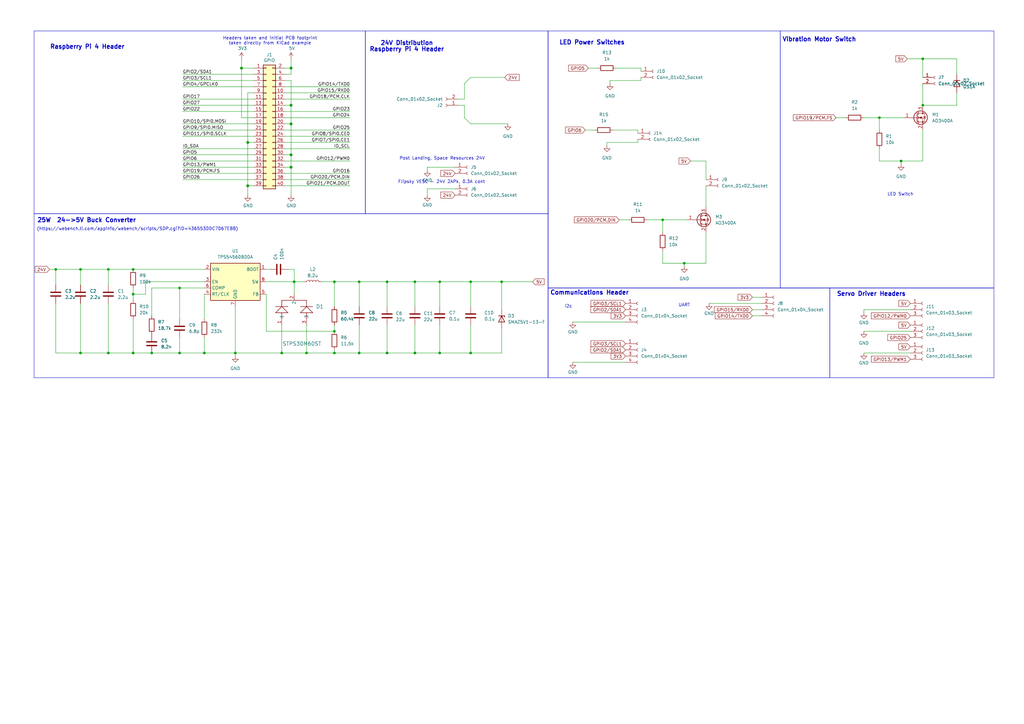
<source format=kicad_sch>
(kicad_sch (version 20250114) (generator "eeschema") (generator_version "9.0")
  (paper "A3")
  (title_block (date "15 nov 2012"))
  (lib_symbols
    (symbol "2026-01-06_08-58-51:STPS30M60ST" (pin_names (offset 0.254))
      (property "Reference" "U" (at 5.715 -15.24 0))
      (property "Value" "STPS30M60ST" (at 5.715 -19.05 0))
      (symbol "STPS30M60ST_0_1"
        (pin unspecified line (at 0 0 0) (length 2.54) (name "1") (number "1"))
        (pin unspecified line (at 0 -10.16 0) (length 2.54) (name "3") (number "3"))
        (pin unspecified line (at 12.7 -5.08 180) (length 2.54) (name "2") (number "2"))
      )
    )
    (symbol "Connector:Conn_01x02_Socket" (pin_names (offset 1.016) (hide yes))
      (property "Reference" "J" (at 0 2.54 0))
      (property "Value" "Conn_01x02_Socket" (at 0 -5.08 0))
      (symbol "Conn_01x02_Socket_1_1"
        (pin passive line (at -5.08 0 0) (length 3.81) (name "Pin_1") (number "1"))
        (pin passive line (at -5.08 -2.54 0) (length 3.81) (name "Pin_2") (number "2"))
      )
    )
    (symbol "Connector:Conn_01x03_Socket" (pin_names (offset 1.016) (hide yes))
      (property "Reference" "J" (at 0 5.08 0))
      (property "Value" "Conn_01x03_Socket" (at 0 -5.08 0))
      (symbol "Conn_01x03_Socket_1_1"
        (pin passive line (at -5.08 2.54 0) (length 3.81) (name "Pin_1") (number "1"))
        (pin passive line (at -5.08 0 0) (length 3.81) (name "Pin_2") (number "2"))
        (pin passive line (at -5.08 -2.54 0) (length 3.81) (name "Pin_3") (number "3"))
      )
    )
    (symbol "Connector:Conn_01x04_Socket" (pin_names (offset 1.016) (hide yes))
      (property "Reference" "J" (at 0 5.08 0))
      (property "Value" "Conn_01x04_Socket" (at 0 -7.62 0))
      (symbol "Conn_01x04_Socket_1_1"
        (pin passive line (at -5.08 2.54 0) (length 3.81) (name "Pin_1") (number "1"))
        (pin passive line (at -5.08 0 0) (length 3.81) (name "Pin_2") (number "2"))
        (pin passive line (at -5.08 -2.54 0) (length 3.81) (name "Pin_3") (number "3"))
        (pin passive line (at -5.08 -5.08 0) (length 3.81) (name "Pin_4") (number "4"))
      )
    )
    (symbol "Connector_Generic:Conn_02x20_Odd_Even" (pin_names (offset 1.016) (hide yes))
      (property "Reference" "J" (at 1.27 25.4 0))
      (property "Value" "Conn_02x20_Odd_Even" (at 1.27 -27.94 0))
      (symbol "Conn_02x20_Odd_Even_1_1"
        (pin passive line (at -5.08 22.86 0) (length 3.81) (name "Pin_1") (number "1"))
        (pin passive line (at -5.08 20.32 0) (length 3.81) (name "Pin_3") (number "3"))
        (pin passive line (at -5.08 17.78 0) (length 3.81) (name "Pin_5") (number "5"))
        (pin passive line (at -5.08 15.24 0) (length 3.81) (name "Pin_7") (number "7"))
        (pin passive line (at -5.08 12.7 0) (length 3.81) (name "Pin_9") (number "9"))
        (pin passive line (at -5.08 10.16 0) (length 3.81) (name "Pin_11") (number "11"))
        (pin passive line (at -5.08 7.62 0) (length 3.81) (name "Pin_13") (number "13"))
        (pin passive line (at -5.08 5.08 0) (length 3.81) (name "Pin_15") (number "15"))
        (pin passive line (at -5.08 2.54 0) (length 3.81) (name "Pin_17") (number "17"))
        (pin passive line (at -5.08 0 0) (length 3.81) (name "Pin_19") (number "19"))
        (pin passive line (at -5.08 -2.54 0) (length 3.81) (name "Pin_21") (number "21"))
        (pin passive line (at -5.08 -5.08 0) (length 3.81) (name "Pin_23") (number "23"))
        (pin passive line (at -5.08 -7.62 0) (length 3.81) (name "Pin_25") (number "25"))
        (pin passive line (at -5.08 -10.16 0) (length 3.81) (name "Pin_27") (number "27"))
        (pin passive line (at -5.08 -12.7 0) (length 3.81) (name "Pin_29") (number "29"))
        (pin passive line (at -5.08 -15.24 0) (length 3.81) (name "Pin_31") (number "31"))
        (pin passive line (at -5.08 -17.78 0) (length 3.81) (name "Pin_33") (number "33"))
        (pin passive line (at -5.08 -20.32 0) (length 3.81) (name "Pin_35") (number "35"))
        (pin passive line (at -5.08 -22.86 0) (length 3.81) (name "Pin_37") (number "37"))
        (pin passive line (at -5.08 -25.4 0) (length 3.81) (name "Pin_39") (number "39"))
        (pin passive line (at 7.62 22.86 180) (length 3.81) (name "Pin_2") (number "2"))
        (pin passive line (at 7.62 20.32 180) (length 3.81) (name "Pin_4") (number "4"))
        (pin passive line (at 7.62 17.78 180) (length 3.81) (name "Pin_6") (number "6"))
        (pin passive line (at 7.62 15.24 180) (length 3.81) (name "Pin_8") (number "8"))
        (pin passive line (at 7.62 12.7 180) (length 3.81) (name "Pin_10") (number "10"))
        (pin passive line (at 7.62 10.16 180) (length 3.81) (name "Pin_12") (number "12"))
        (pin passive line (at 7.62 7.62 180) (length 3.81) (name "Pin_14") (number "14"))
        (pin passive line (at 7.62 5.08 180) (length 3.81) (name "Pin_16") (number "16"))
        (pin passive line (at 7.62 2.54 180) (length 3.81) (name "Pin_18") (number "18"))
        (pin passive line (at 7.62 0 180) (length 3.81) (name "Pin_20") (number "20"))
        (pin passive line (at 7.62 -2.54 180) (length 3.81) (name "Pin_22") (number "22"))
        (pin passive line (at 7.62 -5.08 180) (length 3.81) (name "Pin_24") (number "24"))
        (pin passive line (at 7.62 -7.62 180) (length 3.81) (name "Pin_26") (number "26"))
        (pin passive line (at 7.62 -10.16 180) (length 3.81) (name "Pin_28") (number "28"))
        (pin passive line (at 7.62 -12.7 180) (length 3.81) (name "Pin_30") (number "30"))
        (pin passive line (at 7.62 -15.24 180) (length 3.81) (name "Pin_32") (number "32"))
        (pin passive line (at 7.62 -17.78 180) (length 3.81) (name "Pin_34") (number "34"))
        (pin passive line (at 7.62 -20.32 180) (length 3.81) (name "Pin_36") (number "36"))
        (pin passive line (at 7.62 -22.86 180) (length 3.81) (name "Pin_38") (number "38"))
        (pin passive line (at 7.62 -25.4 180) (length 3.81) (name "Pin_40") (number "40"))
      )
    )
    (symbol "Device:C" (pin_numbers (hide yes)) (pin_names (offset 0.254))
      (property "Reference" "C" (at 0.635 2.54 0))
      (property "Value" "C" (at 0.635 -2.54 0))
      (symbol "C_1_1"
        (pin passive line (at 0 3.81 270) (length 2.794) (name "~") (number "1"))
        (pin passive line (at 0 -3.81 90) (length 2.794) (name "~") (number "2"))
      )
    )
    (symbol "Device:D_Zener" (pin_numbers (hide yes)) (pin_names (offset 1.016) (hide yes))
      (property "Reference" "D" (at 0 2.54 0))
      (property "Value" "D_Zener" (at 0 -2.54 0))
      (symbol "D_Zener_1_1"
        (pin passive line (at -3.81 0 0) (length 2.54) (name "K") (number "1"))
        (pin passive line (at 3.81 0 180) (length 2.54) (name "A") (number "2"))
      )
    )
    (symbol "Device:L" (pin_numbers (hide yes)) (pin_names (offset 1.016) (hide yes))
      (property "Reference" "L" (at -1.27 0 90))
      (property "Value" "L" (at 1.905 0 90))
      (symbol "L_1_1"
        (pin passive line (at 0 3.81 270) (length 1.27) (name "1") (number "1"))
        (pin passive line (at 0 -3.81 90) (length 1.27) (name "2") (number "2"))
      )
    )
    (symbol "Device:R" (pin_numbers (hide yes)) (pin_names (offset 0))
      (property "Reference" "R" (at 2.032 0 90))
      (property "Value" "R" (at 0 0 90))
      (symbol "R_1_1"
        (pin passive line (at 0 3.81 270) (length 1.27) (name "~") (number "1"))
        (pin passive line (at 0 -3.81 90) (length 1.27) (name "~") (number "2"))
      )
    )
    (symbol "Diode:US1A" (pin_numbers (hide yes)) (pin_names (hide yes))
      (property "Reference" "D" (at 0 2.54 0))
      (property "Value" "US1A" (at 0 -2.54 0))
      (symbol "US1A_1_1"
        (pin passive line (at -3.81 0 0) (length 2.54) (name "K") (number "1"))
        (pin passive line (at 3.81 0 180) (length 2.54) (name "A") (number "2"))
      )
    )
    (symbol "Regulator_Switching:TPS54560BDDA"
      (property "Reference" "U" (at -6.35 8.89 0))
      (property "Value" "TPS54560BDDA" (at 10.16 8.89 0))
      (symbol "TPS54560BDDA_1_1"
        (pin power_in line (at -12.7 5.08 0) (length 2.54) (name "VIN") (number "2"))
        (pin input line (at -12.7 0 0) (length 2.54) (name "EN") (number "3"))
        (pin output line (at -12.7 -2.54 0) (length 2.54) (name "COMP") (number "6"))
        (pin passive line (at -12.7 -5.08 0) (length 2.54) (name "RT/CLK") (number "4"))
        (pin power_in line (at 0 -10.16 90) (length 2.54) (name "GND") (number "7"))
        (pin passive line (at 0 -10.16 90) (length 2.54) (hide yes) (name "GND") (number "9"))
        (pin passive line (at 12.7 5.08 180) (length 2.54) (name "BOOT") (number "1"))
        (pin power_out line (at 12.7 0 180) (length 2.54) (name "SW") (number "8"))
        (pin input line (at 12.7 -5.08 180) (length 2.54) (name "FB") (number "5"))
      )
    )
    (symbol "Transistor_FET:AO3400A" (pin_names (hide yes))
      (property "Reference" "Q" (at 5.08 1.905 0))
      (property "Value" "AO3400A" (at 5.08 0 0))
      (symbol "AO3400A_1_1"
        (pin input line (at -5.08 0 0) (length 2.54) (name "G") (number "1"))
        (pin passive line (at 2.54 5.08 270) (length 2.54) (name "D") (number "3"))
        (pin passive line (at 2.54 -5.08 90) (length 2.54) (name "S") (number "2"))
      )
    )
    (symbol "power:+3.3V" (power) (pin_names (offset 0))
      (property "Value" "+3.3V" (at 0 3.556 0))
      (symbol "+3.3V_1_1"
        (pin power_in line (at 0 0 90) (length 0) (hide yes) (name "+3V3") (number "1"))
      )
    )
    (symbol "power:+5V" (power) (pin_names (offset 0))
      (property "Value" "+5V" (at 0 3.556 0))
      (symbol "+5V_1_1"
        (pin power_in line (at 0 0 90) (length 0) (hide yes) (name "+5V") (number "1"))
      )
    )
    (symbol "power:GND" (power) (pin_names (offset 0))
      (property "Value" "GND" (at 0 -3.81 0))
      (symbol "GND_1_1"
        (pin power_in line (at 0 0 270) (length 0) (hide yes) (name "GND") (number "1"))
      )
    )
  )
  (rectangle (start 340.36 118.11) (end 407.67 154.94))
  (rectangle (start 320.04 12.7) (end 407.67 118.11))
  (rectangle (start 13.97 87.63) (end 224.79 154.94))
  (rectangle (start 149.86 12.7) (end 224.79 87.63))
  (rectangle (start 13.97 12.7) (end 149.86 87.63))
  (rectangle (start 224.79 118.11) (end 340.36 154.94))
  (rectangle (start 224.79 12.7) (end 320.04 118.11))
  (text "(https://webench.ti.com/appinfo/webench/scripts/SDP.cgi?ID=436553DDC7067EBB)\n" (at 56.388 93.98 0) (effects (font (size 1.27 1.27))))
  (text "Servo Driver Headers" (at 357.378 120.65 0) (effects (font (size 1.7526 1.7526) (thickness 0.3505) (bold yes))))
  (text "Headers taken and initial PCB footprint\ntaken directly from KiCad example\n" (at 110.744 16.764 0) (effects (font (size 1.27 1.27))))
  (text "Post Landing, Space Resources 24V" (at 181.356 65.024 0) (effects (font (size 1.27 1.27))))
  (text "UART" (at 280.67 125.222 0) (effects (font (size 1.27 1.27))))
  (text "Vibration Motor Switch\n" (at 336.042 16.256 0) (effects (font (size 1.7526 1.7526) (thickness 0.3505) (bold yes))))
  (text "24V Distribution" (at 166.878 17.78 0) (effects (font (size 1.7526 1.7526) (thickness 0.3505) (bold yes))))
  (text "Flipsky VESC - 24V 2APk, 0.3A cont" (at 181.102 74.676 0) (effects (font (size 1.27 1.27))))
  (text "i2c\n" (at 233.172 125.73 0) (effects (font (size 1.27 1.27))))
  (text "LED Power Switches" (at 242.824 17.526 0) (effects (font (size 1.7526 1.7526) (thickness 0.3505) (bold yes))))
  (text "LED Switch" (at 369.316 79.756 0) (effects (font (size 1.27 1.27))))
  (text "Raspberry Pi 4 Header" (at 35.814 19.304 0) (effects (font (size 1.7526 1.7526) (thickness 0.3505) (bold yes))))
  (text "Raspberry Pi 4 Header" (at 166.878 20.32 0) (effects (font (size 1.7526 1.7526) (thickness 0.3505) (bold yes))))
  (text "25W  24->5V Buck Converter" (at 35.56 90.424 0) (effects (font (size 1.7526 1.7526) (thickness 0.3505) (bold yes))))
  (text "Communications Header" (at 241.808 120.142 0) (effects (font (size 1.7526 1.7526) (thickness 0.3505) (bold yes))))
  (junction (at 280.67 107.95))
  (junction (at 119.38 27.94) (diameter 1.016))
  (junction (at 54.61 110.49))
  (junction (at 115.57 144.78))
  (junction (at 125.73 144.78))
  (junction (at 73.66 144.78))
  (junction (at 119.38 43.18) (diameter 1.016))
  (junction (at 205.74 115.57))
  (junction (at 22.86 110.49))
  (junction (at 62.23 144.78))
  (junction (at 360.68 48.26))
  (junction (at 44.45 144.78))
  (junction (at 147.32 144.78))
  (junction (at 137.16 115.57))
  (junction (at 33.02 110.49))
  (junction (at 73.66 118.11))
  (junction (at 96.52 144.78))
  (junction (at 83.82 144.78))
  (junction (at 180.34 115.57))
  (junction (at 101.6 76.2) (diameter 1.016))
  (junction (at 170.18 144.78))
  (junction (at 147.32 115.57))
  (junction (at 158.75 144.78))
  (junction (at 33.02 144.78))
  (junction (at 180.34 144.78))
  (junction (at 54.61 144.78))
  (junction (at 101.6 58.42) (diameter 1.016))
  (junction (at 193.04 144.78))
  (junction (at 378.46 43.18))
  (junction (at 158.75 115.57))
  (junction (at 170.18 115.57))
  (junction (at 119.38 68.58) (diameter 1.016))
  (junction (at 54.61 120.65))
  (junction (at 271.78 90.17))
  (junction (at 137.16 135.89))
  (junction (at 44.45 110.49))
  (junction (at 378.46 24.13))
  (junction (at 119.38 63.5) (diameter 1.016))
  (junction (at 119.38 50.8) (diameter 1.016))
  (junction (at 193.04 115.57))
  (junction (at 120.65 115.57))
  (junction (at 137.16 144.78))
  (junction (at 369.57 66.04))
  (junction (at 99.06 27.94) (diameter 1.016))
  (bus_entry (at 193.04 31.75) (size -2.54 2.54))
  (bus_entry (at 190.5 48.26) (size 2.54 2.54))
  (wire (pts (xy 101.6 58.42) (xy 101.6 76.2)))
  (wire (pts (xy 116.84 58.42) (xy 143.51 58.42)))
  (wire (pts (xy 104.14 40.64) (xy 74.93 40.64)))
  (wire (pts (xy 44.45 110.49) (xy 54.61 110.49)))
  (wire (pts (xy 115.57 133.35) (xy 115.57 144.78)))
  (wire (pts (xy 205.74 144.78) (xy 205.74 134.62)))
  (wire (pts (xy 44.45 144.78) (xy 54.61 144.78)))
  (wire (pts (xy 241.3 27.94) (xy 245.11 27.94)))
  (wire (pts (xy 378.46 43.18) (xy 392.43 43.18)))
  (wire (pts (xy 119.38 33.02) (xy 119.38 43.18)))
  (wire (pts (xy 158.75 115.57) (xy 170.18 115.57)))
  (wire (pts (xy 119.38 50.8) (xy 116.84 50.8)))
  (wire (pts (xy 354.33 127) (xy 373.38 127)))
  (wire (pts (xy 73.66 144.78) (xy 83.82 144.78)))
  (wire (pts (xy 125.73 133.35) (xy 125.73 144.78)))
  (wire (pts (xy 289.56 107.95) (xy 280.67 107.95)))
  (wire (pts (xy 83.82 144.78) (xy 96.52 144.78)))
  (wire (pts (xy 254 90.17) (xy 257.81 90.17)))
  (wire (pts (xy 308.61 129.54) (xy 312.42 129.54)))
  (wire (pts (xy 119.38 63.5) (xy 119.38 68.58)))
  (wire (pts (xy 170.18 115.57) (xy 180.34 115.57)))
  (wire (pts (xy 96.52 144.78) (xy 96.52 146.05)))
  (wire (pts (xy 120.65 115.57) (xy 124.46 115.57)))
  (wire (pts (xy 271.78 90.17) (xy 281.94 90.17)))
  (wire (pts (xy 22.86 110.49) (xy 22.86 116.84)))
  (wire (pts (xy 118.11 110.49) (xy 120.65 110.49)))
  (wire (pts (xy 378.46 53.34) (xy 378.46 66.04)))
  (wire (pts (xy 290.83 124.46) (xy 312.42 124.46)))
  (wire (pts (xy 360.68 48.26) (xy 370.84 48.26)))
  (wire (pts (xy 33.02 110.49) (xy 33.02 116.84)))
  (wire (pts (xy 248.92 58.42) (xy 261.62 58.42)))
  (wire (pts (xy 22.86 144.78) (xy 33.02 144.78)))
  (wire (pts (xy 186.69 77.47) (xy 175.26 77.47)))
  (wire (pts (xy 62.23 118.11) (xy 62.23 129.54)))
  (wire (pts (xy 119.38 50.8) (xy 119.38 63.5)))
  (wire (pts (xy 116.84 35.56) (xy 143.51 35.56)))
  (wire (pts (xy 101.6 38.1) (xy 101.6 58.42)))
  (wire (pts (xy 251.46 53.34) (xy 261.62 53.34)))
  (wire (pts (xy 62.23 144.78) (xy 73.66 144.78)))
  (wire (pts (xy 170.18 133.35) (xy 170.18 144.78)))
  (wire (pts (xy 101.6 38.1) (xy 104.14 38.1)))
  (wire (pts (xy 116.84 55.88) (xy 143.51 55.88)))
  (wire (pts (xy 104.14 60.96) (xy 74.93 60.96)))
  (wire (pts (xy 137.16 115.57) (xy 137.16 125.73)))
  (wire (pts (xy 74.93 63.5) (xy 104.14 63.5)))
  (wire (pts (xy 308.61 127) (xy 312.42 127)))
  (wire (pts (xy 158.75 115.57) (xy 158.75 125.73)))
  (wire (pts (xy 158.75 144.78) (xy 147.32 144.78)))
  (wire (pts (xy 33.02 124.46) (xy 33.02 144.78)))
  (wire (pts (xy 120.65 110.49) (xy 120.65 115.57)))
  (wire (pts (xy 44.45 124.46) (xy 44.45 144.78)))
  (wire (pts (xy 234.95 148.59) (xy 256.54 148.59)))
  (wire (pts (xy 101.6 58.42) (xy 104.14 58.42)))
  (wire (pts (xy 116.84 45.72) (xy 143.51 45.72)))
  (wire (pts (xy 205.74 115.57) (xy 218.44 115.57)))
  (wire (pts (xy 354.33 48.26) (xy 360.68 48.26)))
  (wire (pts (xy 147.32 133.35) (xy 147.32 144.78)))
  (wire (pts (xy 283.21 66.04) (xy 289.56 66.04)))
  (wire (pts (xy 271.78 95.25) (xy 271.78 90.17)))
  (wire (pts (xy 116.84 76.2) (xy 143.51 76.2)))
  (wire (pts (xy 101.6 76.2) (xy 101.6 80.01)))
  (wire (pts (xy 74.93 43.18) (xy 104.14 43.18)))
  (wire (pts (xy 280.67 107.95) (xy 280.67 109.22)))
  (wire (pts (xy 99.06 24.13) (xy 99.06 27.94)))
  (wire (pts (xy 248.92 58.42) (xy 248.92 59.69)))
  (wire (pts (xy 180.34 115.57) (xy 193.04 115.57)))
  (wire (pts (xy 289.56 66.04) (xy 289.56 73.66)))
  (wire (pts (xy 147.32 125.73) (xy 147.32 115.57)))
  (wire (pts (xy 119.38 68.58) (xy 116.84 68.58)))
  (wire (pts (xy 83.82 120.65) (xy 83.82 130.81)))
  (wire (pts (xy 83.82 138.43) (xy 83.82 144.78)))
  (wire (pts (xy 74.93 33.02) (xy 104.14 33.02)))
  (wire (pts (xy 20.32 110.49) (xy 22.86 110.49)))
  (wire (pts (xy 137.16 144.78) (xy 137.16 143.51)))
  (wire (pts (xy 175.26 77.47) (xy 175.26 80.01)))
  (wire (pts (xy 74.93 55.88) (xy 104.14 55.88)))
  (wire (pts (xy 96.52 144.78) (xy 115.57 144.78)))
  (wire (pts (xy 147.32 115.57) (xy 158.75 115.57)))
  (wire (pts (xy 186.69 68.58) (xy 175.26 68.58)))
  (wire (pts (xy 99.06 48.26) (xy 104.14 48.26)))
  (wire (pts (xy 190.5 43.18) (xy 190.5 48.26)))
  (wire (pts (xy 137.16 133.35) (xy 137.16 135.89)))
  (wire (pts (xy 109.22 115.57) (xy 120.65 115.57)))
  (wire (pts (xy 104.14 30.48) (xy 74.93 30.48)))
  (wire (pts (xy 119.38 27.94) (xy 119.38 30.48)))
  (wire (pts (xy 73.66 118.11) (xy 73.66 130.81)))
  (wire (pts (xy 73.66 118.11) (xy 62.23 118.11)))
  (wire (pts (xy 261.62 54.61) (xy 261.62 53.34)))
  (wire (pts (xy 119.38 43.18) (xy 119.38 50.8)))
  (wire (pts (xy 392.43 30.48) (xy 392.43 24.13)))
  (wire (pts (xy 369.57 66.04) (xy 369.57 67.31)))
  (wire (pts (xy 193.04 31.75) (xy 207.01 31.75)))
  (wire (pts (xy 116.84 40.64) (xy 143.51 40.64)))
  (wire (pts (xy 119.38 43.18) (xy 116.84 43.18)))
  (wire (pts (xy 187.96 43.18) (xy 190.5 43.18)))
  (wire (pts (xy 119.38 24.13) (xy 119.38 27.94)))
  (wire (pts (xy 170.18 144.78) (xy 180.34 144.78)))
  (wire (pts (xy 354.33 127) (xy 354.33 128.27)))
  (wire (pts (xy 180.34 115.57) (xy 180.34 125.73)))
  (wire (pts (xy 74.93 35.56) (xy 104.14 35.56)))
  (wire (pts (xy 119.38 27.94) (xy 116.84 27.94)))
  (wire (pts (xy 99.06 27.94) (xy 99.06 48.26)))
  (wire (pts (xy 265.43 90.17) (xy 271.78 90.17)))
  (wire (pts (xy 262.89 33.02) (xy 262.89 31.75)))
  (wire (pts (xy 116.84 48.26) (xy 143.51 48.26)))
  (wire (pts (xy 262.89 29.21) (xy 262.89 27.94)))
  (wire (pts (xy 116.84 38.1) (xy 143.51 38.1)))
  (wire (pts (xy 54.61 120.65) (xy 59.69 120.65)))
  (wire (pts (xy 261.62 58.42) (xy 261.62 57.15)))
  (wire (pts (xy 193.04 133.35) (xy 193.04 144.78)))
  (wire (pts (xy 109.22 135.89) (xy 109.22 120.65)))
  (wire (pts (xy 187.96 40.64) (xy 190.5 40.64)))
  (wire (pts (xy 96.52 125.73) (xy 96.52 144.78)))
  (wire (pts (xy 73.66 138.43) (xy 73.66 144.78)))
  (wire (pts (xy 109.22 110.49) (xy 110.49 110.49)))
  (wire (pts (xy 59.69 120.65) (xy 59.69 115.57)))
  (wire (pts (xy 59.69 115.57) (xy 83.82 115.57)))
  (wire (pts (xy 74.93 45.72) (xy 104.14 45.72)))
  (wire (pts (xy 392.43 43.18) (xy 392.43 38.1)))
  (wire (pts (xy 74.93 53.34) (xy 104.14 53.34)))
  (wire (pts (xy 369.57 66.04) (xy 360.68 66.04)))
  (wire (pts (xy 22.86 110.49) (xy 33.02 110.49)))
  (wire (pts (xy 132.08 115.57) (xy 137.16 115.57)))
  (wire (pts (xy 252.73 27.94) (xy 262.89 27.94)))
  (wire (pts (xy 378.46 24.13) (xy 378.46 31.75)))
  (wire (pts (xy 74.93 66.04) (xy 104.14 66.04)))
  (wire (pts (xy 392.43 24.13) (xy 378.46 24.13)))
  (wire (pts (xy 119.38 30.48) (xy 116.84 30.48)))
  (wire (pts (xy 289.56 95.25) (xy 289.56 107.95)))
  (wire (pts (xy 193.04 144.78) (xy 205.74 144.78)))
  (wire (pts (xy 193.04 115.57) (xy 205.74 115.57)))
  (wire (pts (xy 271.78 107.95) (xy 271.78 102.87)))
  (wire (pts (xy 175.26 68.58) (xy 175.26 69.85)))
  (wire (pts (xy 342.9 48.26) (xy 346.71 48.26)))
  (wire (pts (xy 109.22 135.89) (xy 137.16 135.89)))
  (wire (pts (xy 354.33 144.78) (xy 373.38 144.78)))
  (wire (pts (xy 74.93 71.12) (xy 104.14 71.12)))
  (wire (pts (xy 116.84 71.12) (xy 143.51 71.12)))
  (wire (pts (xy 147.32 144.78) (xy 137.16 144.78)))
  (wire (pts (xy 137.16 115.57) (xy 147.32 115.57)))
  (wire (pts (xy 116.84 66.04) (xy 143.51 66.04)))
  (wire (pts (xy 101.6 76.2) (xy 104.14 76.2)))
  (wire (pts (xy 125.73 144.78) (xy 137.16 144.78)))
  (wire (pts (xy 170.18 115.57) (xy 170.18 125.73)))
  (wire (pts (xy 378.46 66.04) (xy 369.57 66.04)))
  (wire (pts (xy 116.84 73.66) (xy 143.51 73.66)))
  (wire (pts (xy 308.61 121.92) (xy 312.42 121.92)))
  (wire (pts (xy 193.04 115.57) (xy 193.04 125.73)))
  (wire (pts (xy 119.38 33.02) (xy 116.84 33.02)))
  (wire (pts (xy 240.03 53.34) (xy 243.84 53.34)))
  (wire (pts (xy 74.93 73.66) (xy 104.14 73.66)))
  (wire (pts (xy 158.75 144.78) (xy 170.18 144.78)))
  (wire (pts (xy 180.34 144.78) (xy 180.34 133.35)))
  (wire (pts (xy 280.67 107.95) (xy 271.78 107.95)))
  (wire (pts (xy 354.33 135.89) (xy 373.38 135.89)))
  (wire (pts (xy 22.86 124.46) (xy 22.86 144.78)))
  (wire (pts (xy 193.04 50.8) (xy 208.28 50.8)))
  (wire (pts (xy 250.19 33.02) (xy 250.19 34.29)))
  (wire (pts (xy 378.46 34.29) (xy 378.46 43.18)))
  (wire (pts (xy 44.45 110.49) (xy 44.45 116.84)))
  (wire (pts (xy 33.02 144.78) (xy 44.45 144.78)))
  (wire (pts (xy 73.66 118.11) (xy 83.82 118.11)))
  (wire (pts (xy 158.75 133.35) (xy 158.75 144.78)))
  (wire (pts (xy 372.11 24.13) (xy 378.46 24.13)))
  (wire (pts (xy 54.61 118.11) (xy 54.61 120.65)))
  (wire (pts (xy 54.61 144.78) (xy 62.23 144.78)))
  (wire (pts (xy 205.74 115.57) (xy 205.74 127)))
  (wire (pts (xy 33.02 110.49) (xy 44.45 110.49)))
  (wire (pts (xy 250.19 33.02) (xy 262.89 33.02)))
  (wire (pts (xy 119.38 68.58) (xy 119.38 80.01)))
  (wire (pts (xy 116.84 53.34) (xy 143.51 53.34)))
  (wire (pts (xy 104.14 68.58) (xy 74.93 68.58)))
  (wire (pts (xy 54.61 130.81) (xy 54.61 144.78)))
  (wire (pts (xy 54.61 120.65) (xy 54.61 123.19)))
  (wire (pts (xy 360.68 66.04) (xy 360.68 60.96)))
  (wire (pts (xy 119.38 63.5) (xy 116.84 63.5)))
  (wire (pts (xy 115.57 144.78) (xy 125.73 144.78)))
  (wire (pts (xy 289.56 76.2) (xy 289.56 85.09)))
  (wire (pts (xy 360.68 53.34) (xy 360.68 48.26)))
  (wire (pts (xy 99.06 27.94) (xy 104.14 27.94)))
  (wire (pts (xy 234.95 132.08) (xy 256.54 132.08)))
  (wire (pts (xy 120.65 115.57) (xy 120.65 120.65)))
  (wire (pts (xy 193.04 144.78) (xy 180.34 144.78)))
  (wire (pts (xy 104.14 50.8) (xy 74.93 50.8)))
  (wire (pts (xy 116.84 60.96) (xy 143.51 60.96)))
  (wire (pts (xy 190.5 34.29) (xy 190.5 40.64)))
  (wire (pts (xy 54.61 110.49) (xy 83.82 110.49)))
  (label "ID_SDA" (at 74.93 60.96 0))
  (label "GPIO6" (at 74.93 66.04 0))
  (label "ID_SCL" (at 143.51 60.96 180))
  (label "GPIO5" (at 74.93 63.5 0))
  (label "GPIO21{slash}PCM.DOUT" (at 143.51 76.2 180))
  (label "GPIO19{slash}PCM.FS" (at 74.93 71.12 0))
  (label "GPIO10{slash}SPI0.MOSI" (at 74.93 50.8 0))
  (label "GPIO9{slash}SPI0.MISO" (at 74.93 53.34 0))
  (label "GPIO23" (at 143.51 45.72 180))
  (label "GPIO4{slash}GPCLK0" (at 74.93 35.56 0))
  (label "GPIO27" (at 74.93 43.18 0))
  (label "GPIO26" (at 74.93 73.66 0))
  (label "GPIO14{slash}TXD0" (at 143.51 35.56 180))
  (label "GPIO8{slash}SPI0.CE0" (at 143.51 55.88 180))
  (label "GPIO15{slash}RXD0" (at 143.51 38.1 180))
  (label "GPIO16" (at 143.51 71.12 180))
  (label "GPIO22" (at 74.93 45.72 0))
  (label "GPIO2{slash}SDA1" (at 74.93 30.48 0))
  (label "GPIO17" (at 74.93 40.64 0))
  (label "GPIO25" (at 143.51 53.34 180))
  (label "GPIO3{slash}SCL1" (at 74.93 33.02 0))
  (label "GPIO18{slash}PCM.CLK" (at 143.51 40.64 180))
  (label "GPIO12{slash}PWM0" (at 143.51 66.04 180))
  (label "GPIO13{slash}PWM1" (at 74.93 68.58 0))
  (label "GPIO20{slash}PCM.DIN" (at 143.51 73.66 180))
  (label "GPIO24" (at 143.51 48.26 180))
  (label "GPIO7{slash}SPI0.CE1" (at 143.51 58.42 180))
  (label "GPIO11{slash}SPI0.SCLK" (at 74.93 55.88 0))
  (global_label "GPIO20{slash}PCM.DIN" (shape input) (at 254 90.17 180) (property "Intersheetrefs" "${INTERSHEET_REFS}" (effects (hide yes))))
  (global_label "5V" (shape input) (at 373.38 142.24 180) (property "Intersheetrefs" "${INTERSHEET_REFS}" (effects (hide yes))))
  (global_label "24V" (shape input) (at 207.01 31.75 0) (property "Intersheetrefs" "${INTERSHEET_REFS}" (effects (hide yes))))
  (global_label "24V" (shape input) (at 186.69 80.01 180) (property "Intersheetrefs" "${INTERSHEET_REFS}" (effects (hide yes))))
  (global_label "5V" (shape input) (at 218.44 115.57 0) (property "Intersheetrefs" "${INTERSHEET_REFS}" (effects (hide yes))))
  (global_label "24V" (shape input) (at 20.32 110.49 180) (property "Intersheetrefs" "${INTERSHEET_REFS}" (effects (hide yes))))
  (global_label "GPIO25" (shape input) (at 373.38 138.43 180) (property "Intersheetrefs" "${INTERSHEET_REFS}" (effects (hide yes))))
  (global_label "5V" (shape input) (at 373.38 124.46 180) (property "Intersheetrefs" "${INTERSHEET_REFS}" (effects (hide yes))))
  (global_label "GPIO5" (shape input) (at 241.3 27.94 180) (property "Intersheetrefs" "${INTERSHEET_REFS}" (effects (hide yes))))
  (global_label "3V3" (shape input) (at 308.61 121.92 180) (property "Intersheetrefs" "${INTERSHEET_REFS}" (effects (hide yes))))
  (global_label "24V" (shape input) (at 186.69 71.12 180) (property "Intersheetrefs" "${INTERSHEET_REFS}" (effects (hide yes))))
  (global_label "3V3" (shape input) (at 256.54 129.54 180) (property "Intersheetrefs" "${INTERSHEET_REFS}" (effects (hide yes))))
  (global_label "GPIO3{slash}SCL1" (shape input) (at 256.54 140.97 180) (property "Intersheetrefs" "${INTERSHEET_REFS}" (effects (hide yes))))
  (global_label "GPIO3{slash}SCL1" (shape input) (at 256.54 124.46 180) (property "Intersheetrefs" "${INTERSHEET_REFS}" (effects (hide yes))))
  (global_label "GPIO13{slash}PWM1" (shape input) (at 373.38 147.32 180) (property "Intersheetrefs" "${INTERSHEET_REFS}" (effects (hide yes))))
  (global_label "5V" (shape input) (at 283.21 66.04 180) (property "Intersheetrefs" "${INTERSHEET_REFS}" (effects (hide yes))))
  (global_label "GPIO2{slash}SDA1" (shape input) (at 256.54 143.51 180) (property "Intersheetrefs" "${INTERSHEET_REFS}" (effects (hide yes))))
  (global_label "GPIO14{slash}TXD0" (shape input) (at 308.61 129.54 180) (property "Intersheetrefs" "${INTERSHEET_REFS}" (effects (hide yes))))
  (global_label "GPIO2{slash}SDA1" (shape input) (at 256.54 127 180) (property "Intersheetrefs" "${INTERSHEET_REFS}" (effects (hide yes))))
  (global_label "GPIO12{slash}PWM0" (shape input) (at 373.38 129.54 180) (property "Intersheetrefs" "${INTERSHEET_REFS}" (effects (hide yes))))
  (global_label "GPIO6" (shape input) (at 240.03 53.34 180) (property "Intersheetrefs" "${INTERSHEET_REFS}" (effects (hide yes))))
  (global_label "5V" (shape input) (at 372.11 24.13 180) (property "Intersheetrefs" "${INTERSHEET_REFS}" (effects (hide yes))))
  (global_label "5V" (shape input) (at 373.38 133.35 180) (property "Intersheetrefs" "${INTERSHEET_REFS}" (effects (hide yes))))
  (global_label "GPIO15{slash}RXD0" (shape input) (at 308.61 127 180) (property "Intersheetrefs" "${INTERSHEET_REFS}" (effects (hide yes))))
  (global_label "3V3" (shape input) (at 256.54 146.05 180) (property "Intersheetrefs" "${INTERSHEET_REFS}" (effects (hide yes))))
  (global_label "GPIO19{slash}PCM.FS" (shape input) (at 342.9 48.26 180) (property "Intersheetrefs" "${INTERSHEET_REFS}" (effects (hide yes))))
  (symbol (lib_id "power:+5V") (at 119.38 24.13 0) (unit 1)
    (property "Reference" "#PWR01" (effects (hide yes)))
    (property "Value" "5V" (at 119.7483 19.8056 0))
  )
  (symbol (lib_id "power:+3.3V") (at 99.06 24.13 0) (unit 1)
    (property "Reference" "#PWR04" (effects (hide yes)))
    (property "Value" "3V3" (at 99.4283 19.8056 0))
  )
  (symbol (lib_id "power:GND") (at 119.38 80.01 0) (unit 1)
    (property "Reference" "#PWR02" (effects (hide yes)))
    (property "Value" "GND" (at 119.4943 84.3344 0))
  )
  (symbol (lib_id "power:GND") (at 101.6 80.01 0) (unit 1)
    (property "Reference" "#PWR03" (effects (hide yes)))
    (property "Value" "GND" (at 101.7143 84.3344 0))
  )
  (symbol (lib_id "Connector_Generic:Conn_02x20_Odd_Even") (at 109.22 50.8 0) (unit 1)
    (property "Reference" "J1" (at 110.49 22.4598 0))
    (property "Value" "GPIO" (at 110.49 24.765 0))
    (property "Footprint" "Connector_PinSocket_2.54mm:PinSocket_2x20_P2.54mm_Vertical" (effects (hide yes)))
  )
  (symbol (lib_id "power:GND") (at 250.19 34.29 0) (unit 1)
    (property "Reference" "#PWR017" (effects (hide yes)))
    (property "Value" "GND" (at 250.19 39.37 0))
    (property "Description" "Power symbol creates a global label with name \"GND\" , ground" (effects (hide yes)))
  )
  (symbol (lib_id "Device:R") (at 137.16 139.7 0) (unit 1)
    (property "Reference" "R6" (at 139.7 138.4299 0) (effects (justify left)))
    (property "Value" "11.5k" (at 139.7 140.9699 0) (effects (justify left)))
    (property "Footprint" "Resistor_SMD:R_0603_1608Metric_Pad0.98x0.95mm_HandSolder" (effects (hide yes)))
    (property "Description" "Resistor" (effects (hide yes)))
  )
  (symbol (lib_id "Connector:Conn_01x04_Socket") (at 261.62 143.51 0) (unit 1)
    (property "Reference" "J4" (at 262.89 143.5099 0) (effects (justify left)))
    (property "Value" "Conn_01x04_Socket" (at 262.89 146.0499 0) (effects (justify left)))
    (property "Footprint" "Connector_JST:JST_EH_B4B-EH-A_1x04_P2.50mm_Vertical" (effects (hide yes)))
    (property "Description" "Generic connector, single row, 01x04, script generated" (effects (hide yes)))
  )
  (symbol (lib_id "Device:R") (at 360.68 57.15 180) (unit 1)
    (property "Reference" "R1" (at 363.22 55.8799 0) (effects (justify right)))
    (property "Value" "10k" (at 363.22 58.4199 0) (effects (justify right)))
    (property "Footprint" "Resistor_SMD:R_0603_1608Metric_Pad0.98x0.95mm_HandSolder" (effects (hide yes)))
    (property "Description" "Resistor" (effects (hide yes)))
  )
  (symbol (lib_id "Device:C") (at 62.23 140.97 0) (unit 1)
    (property "Reference" "C5" (at 66.04 139.6999 0) (effects (justify left)))
    (property "Value" "8.2n" (at 66.04 142.2399 0) (effects (justify left)))
    (property "Footprint" "Capacitor_SMD:C_0603_1608Metric" (effects (hide yes)))
    (property "Description" "50V" (effects (hide yes)))
  )
  (symbol (lib_id "Connector:Conn_01x03_Socket") (at 378.46 144.78 0) (unit 1)
    (property "Reference" "J13" (at 379.73 143.5099 0) (effects (justify left)))
    (property "Value" "Conn_01x03_Socket" (at 379.73 146.0499 0) (effects (justify left)))
    (property "Footprint" "Connector_JST:JST_EH_B3B-EH-A_1x03_P2.50mm_Vertical" (effects (hide yes)))
    (property "Description" "Generic connector, single row, 01x03, script generated" (effects (hide yes)))
  )
  (symbol (lib_id "power:GND") (at 248.92 59.69 0) (unit 1)
    (property "Reference" "#PWR018" (effects (hide yes)))
    (property "Value" "GND" (at 248.92 64.77 0))
    (property "Description" "Power symbol creates a global label with name \"GND\" , ground" (effects (hide yes)))
  )
  (symbol (lib_id "power:GND") (at 175.26 80.01 0) (unit 1) (on_board no)
    (property "Reference" "#PWR010" (effects (hide yes)))
    (property "Value" "GND" (at 175.26 84.074 0))
    (property "Description" "Power symbol creates a global label with name \"GND\" , ground" (effects (hide yes)))
  )
  (symbol (lib_id "Connector:Conn_01x02_Socket") (at 267.97 29.21 0) (unit 1)
    (property "Reference" "J10" (at 269.24 29.2099 0) (effects (justify left)))
    (property "Value" "Conn_01x02_Socket" (at 269.24 31.7499 0) (effects (justify left)))
    (property "Footprint" "Connector_JST:JST_EH_B2B-EH-A_1x02_P2.50mm_Vertical" (effects (hide yes)))
    (property "Description" "Generic connector, single row, 01x02, script generated" (effects (hide yes)))
  )
  (symbol (lib_id "power:GND") (at 354.33 135.89 0) (unit 1)
    (property "Reference" "#PWR08" (effects (hide yes)))
    (property "Value" "GND" (at 354.33 140.716 0))
    (property "Description" "Power symbol creates a global label with name \"GND\" , ground" (effects (hide yes)))
  )
  (symbol (lib_id "power:GND") (at 354.33 144.78 0) (unit 1)
    (property "Reference" "#PWR07" (effects (hide yes)))
    (property "Value" "GND" (at 354.33 148.844 0))
    (property "Description" "Power symbol creates a global label with name \"GND\" , ground" (effects (hide yes)))
  )
  (symbol (lib_id "Device:R") (at 62.23 133.35 0) (unit 1)
    (property "Reference" "R7" (at 64.77 132.0799 0) (effects (justify left)))
    (property "Value" "18.7k" (at 64.77 134.6199 0) (effects (justify left)))
    (property "Footprint" "Resistor_SMD:R_0603_1608Metric_Pad0.98x0.95mm_HandSolder" (effects (hide yes)))
    (property "Description" "Resistor" (effects (hide yes)))
  )
  (symbol (lib_id "Device:C") (at 147.32 129.54 0) (unit 1)
    (property "Reference" "C8" (at 151.13 128.2699 0) (effects (justify left)))
    (property "Value" "22u" (at 151.13 130.8099 0) (effects (justify left)))
    (property "Footprint" "Capacitor_SMD:C_1808_4520Metric" (effects (hide yes)))
    (property "Datasheet" "https://search.murata.co.jp/Ceramy/image/img/A01X/G101/ENG/GRM21BR61C226ME44-01.pdf" (effects (hide yes)))
    (property "Description" "Low ESR (>10mOhm) 25V Min" (effects (hide yes)))
  )
  (symbol (lib_id "power:GND") (at 280.67 109.22 0) (unit 1)
    (property "Reference" "#PWR016" (effects (hide yes)))
    (property "Value" "GND" (at 280.67 114.3 0))
    (property "Description" "Power symbol creates a global label with name \"GND\" , ground" (effects (hide yes)))
  )
  (symbol (lib_id "power:GND") (at 96.52 146.05 0) (unit 1)
    (property "Reference" "#PWR011" (effects (hide yes)))
    (property "Value" "GND" (at 96.52 151.13 0))
    (property "Description" "Power symbol creates a global label with name \"GND\" , ground" (effects (hide yes)))
  )
  (symbol (lib_id "Device:C") (at 44.45 120.65 0) (unit 1)
    (property "Reference" "C1" (at 48.26 119.3799 0) (effects (justify left)))
    (property "Value" "2.2u" (at 48.26 121.9199 0) (effects (justify left)))
    (property "Footprint" "Capacitor_SMD:C_0603_1608Metric" (effects (hide yes)))
    (property "Description" "50V" (effects (hide yes)))
  )
  (symbol (lib_id "power:GND") (at 290.83 124.46 0) (unit 1) (on_board no)
    (property "Reference" "#PWR012" (effects (hide yes)))
    (property "Value" "GND" (at 290.83 128.524 0))
    (property "Description" "Power symbol creates a global label with name \"GND\" , ground" (effects (hide yes)))
  )
  (symbol (lib_id "Transistor_FET:AO3400A") (at 375.92 48.26 0) (unit 1)
    (property "Reference" "M1" (at 382.27 46.9899 0) (effects (justify left)))
    (property "Value" "AO3400A" (at 382.27 49.5299 0) (effects (justify left)))
    (property "Footprint" "Package_TO_SOT_SMD:SOT-23" (effects (hide yes)))
    (property "Datasheet" "http://www.aosmd.com/pdfs/datasheet/AO3400A.pdf" (effects (hide yes)))
    (property "Description" "30V Vds, 5.7A Id, N-Channel MOSFET, SOT-23" (effects (hide yes)))
  )
  (symbol (lib_id "Diode:US1A") (at 392.43 34.29 270) (unit 1)
    (property "Reference" "D2" (at 394.97 33.0199 90) (effects (justify left)))
    (property "Value" "US1A" (at 394.97 35.5599 90) (effects (justify left)))
    (property "Footprint" "Diode_SMD:D_SMA" (effects (hide yes)))
    (property "Datasheet" "https://www.diodes.com/assets/Datasheets/ds16008.pdf" (effects (hide yes)))
    (property "Description" "50V, 1A, General Purpose Rectifier Diode, SMA(DO-214AC)" (effects (hide yes)))
    (property "Sim.Device" "D" (effects (hide yes)))
    (property "Sim.Pins" "1=K 2=A" (effects (hide yes)))
  )
  (symbol (lib_id "Device:R") (at 261.62 90.17 270) (unit 1)
    (property "Reference" "R11" (at 261.62 83.82 90))
    (property "Value" "1k" (at 261.62 86.36 90))
    (property "Footprint" "Resistor_SMD:R_0603_1608Metric_Pad0.98x0.95mm_HandSolder" (effects (hide yes)))
    (property "Description" "Resistor" (effects (hide yes)))
  )
  (symbol (lib_id "Device:C") (at 22.86 120.65 0) (unit 1)
    (property "Reference" "C3" (at 26.67 119.3799 0) (effects (justify left)))
    (property "Value" "2.2u" (at 26.67 121.9199 0) (effects (justify left)))
    (property "Footprint" "Capacitor_SMD:C_0603_1608Metric" (effects (hide yes)))
    (property "Description" "100V Low ESR" (effects (hide yes)))
  )
  (symbol (lib_id "Transistor_FET:AO3400A") (at 287.02 90.17 0) (unit 1)
    (property "Reference" "M3" (at 293.37 88.8999 0) (effects (justify left)))
    (property "Value" "AO3400A" (at 293.37 91.4399 0) (effects (justify left)))
    (property "Footprint" "Package_TO_SOT_SMD:SOT-23" (effects (hide yes)))
    (property "Datasheet" "http://www.aosmd.com/pdfs/datasheet/AO3400A.pdf" (effects (hide yes)))
    (property "Description" "30V Vds, 5.7A Id, N-Channel MOSFET, SOT-23" (effects (hide yes)))
  )
  (symbol (lib_id "power:GND") (at 175.26 69.85 0) (unit 1) (on_board no)
    (property "Reference" "#PWR013" (effects (hide yes)))
    (property "Value" "GND" (at 175.26 73.914 0))
    (property "Description" "Power symbol creates a global label with name \"GND\" , ground" (effects (hide yes)))
  )
  (symbol (lib_id "Device:C") (at 158.75 129.54 0) (unit 1)
    (property "Reference" "C6" (at 162.306 128.524 0) (effects (justify left)))
    (property "Value" "22u" (at 162.306 131.064 0) (effects (justify left)))
    (property "Footprint" "Capacitor_SMD:C_1808_4520Metric" (effects (hide yes)))
    (property "Datasheet" "https://search.murata.co.jp/Ceramy/image/img/A01X/G101/ENG/GRM21BR61C226ME44-01.pdf" (effects (hide yes)))
    (property "Description" "Low ESR (>10mOhm) 25V Min" (effects (hide yes)))
  )
  (symbol (lib_id "power:GND") (at 234.95 132.08 0) (unit 1) (on_board no)
    (property "Reference" "#PWR0104" (effects (hide yes)))
    (property "Value" "GND" (at 234.95 136.144 0))
    (property "Description" "Power symbol creates a global label with name \"GND\" , ground" (effects (hide yes)))
  )
  (symbol (lib_id "Device:R") (at 247.65 53.34 270) (unit 1)
    (property "Reference" "R15" (at 247.65 46.99 90))
    (property "Value" "1k" (at 247.65 49.53 90))
    (property "Footprint" "Resistor_SMD:R_0603_1608Metric_Pad0.98x0.95mm_HandSolder" (effects (hide yes)))
    (property "Description" "Resistor" (effects (hide yes)))
  )
  (symbol (lib_id "Connector:Conn_01x03_Socket") (at 378.46 135.89 0) (unit 1)
    (property "Reference" "J12" (at 379.73 134.6199 0) (effects (justify left)))
    (property "Value" "Conn_01x03_Socket" (at 379.73 137.1599 0) (effects (justify left)))
    (property "Footprint" "Connector_JST:JST_EH_B3B-EH-A_1x03_P2.50mm_Vertical" (effects (hide yes)))
    (property "Description" "Generic connector, single row, 01x03, script generated" (effects (hide yes)))
  )
  (symbol (lib_id "Device:R") (at 83.82 134.62 0) (unit 1)
    (property "Reference" "R8" (at 86.36 133.3499 0) (effects (justify left)))
    (property "Value" "232k" (at 86.36 135.8899 0) (effects (justify left)))
    (property "Footprint" "Resistor_SMD:R_0603_1608Metric_Pad0.98x0.95mm_HandSolder" (effects (hide yes)))
    (property "Description" "Resistor" (effects (hide yes)))
  )
  (symbol (lib_id "Device:C") (at 73.66 134.62 0) (unit 1)
    (property "Reference" "C9" (at 77.47 133.3499 0) (effects (justify left)))
    (property "Value" "6.8p" (at 77.47 135.8899 0) (effects (justify left)))
    (property "Footprint" "Capacitor_SMD:C_0603_1608Metric" (effects (hide yes)))
    (property "Description" "Unpolarized capacitor" (effects (hide yes)))
  )
  (symbol (lib_id "Connector:Conn_01x02_Socket") (at 383.54 31.75 0) (unit 1)
    (property "Reference" "J7" (at 384.81 31.7499 0) (effects (justify left)))
    (property "Value" "Conn_01x02_Socket" (at 384.81 34.2899 0) (effects (justify left)))
    (property "Footprint" "Connector_JST:JST_EH_B2B-EH-A_1x02_P2.50mm_Vertical" (effects (hide yes)))
    (property "Description" "Generic connector, single row, 01x02, script generated" (effects (hide yes)))
  )
  (symbol (lib_id "Connector:Conn_01x02_Socket") (at 191.77 77.47 0) (unit 1)
    (property "Reference" "J6" (at 193.04 77.4699 0) (effects (justify left)))
    (property "Value" "Conn_01x02_Socket" (at 193.04 80.0099 0) (effects (justify left)))
    (property "Footprint" "Connector_AMASS:AMASS_XT90PW-M_1x02_P10.90mm_Horizontal" (effects (hide yes)))
    (property "Description" "Generic connector, single row, 01x02, script generated" (effects (hide yes)))
  )
  (symbol (lib_id "Connector:Conn_01x04_Socket") (at 261.62 127 0) (unit 1)
    (property "Reference" "J3" (at 262.89 126.9999 0) (effects (justify left)))
    (property "Value" "Conn_01x04_Socket" (at 262.89 129.5399 0) (effects (justify left)))
    (property "Footprint" "Connector_JST:JST_EH_B4B-EH-A_1x04_P2.50mm_Vertical" (effects (hide yes)))
    (property "Description" "Generic connector, single row, 01x04, script generated" (effects (hide yes)))
  )
  (symbol (lib_id "Device:R") (at 248.92 27.94 270) (unit 1)
    (property "Reference" "R13" (at 248.92 21.59 90))
    (property "Value" "1k" (at 248.92 24.13 90))
    (property "Footprint" "Resistor_SMD:R_0603_1608Metric_Pad0.98x0.95mm_HandSolder" (effects (hide yes)))
    (property "Description" "Resistor" (effects (hide yes)))
  )
  (symbol (lib_id "Device:D_Zener") (at 205.74 130.81 270) (unit 1)
    (property "Reference" "D3" (at 208.28 129.5399 90) (effects (justify left)))
    (property "Value" "SMAZ5V1-13-F" (at 208.28 132.0799 90) (effects (justify left)))
    (property "Footprint" "Diode_SMD:D_SMA" (effects (hide yes)))
    (property "Description" "Zener diode" (effects (hide yes)))
  )
  (symbol (lib_id "power:GND") (at 234.95 148.59 0) (unit 1) (on_board no)
    (property "Reference" "#PWR09" (effects (hide yes)))
    (property "Value" "GND" (at 234.95 152.654 0))
    (property "Description" "Power symbol creates a global label with name \"GND\" , ground" (effects (hide yes)))
  )
  (symbol (lib_id "Connector:Conn_01x04_Socket") (at 317.5 124.46 0) (unit 1)
    (property "Reference" "J8" (at 318.77 124.4599 0) (effects (justify left)))
    (property "Value" "Conn_01x04_Socket" (at 318.77 126.9999 0) (effects (justify left)))
    (property "Footprint" "Connector_JST:JST_EH_B4B-EH-A_1x04_P2.50mm_Vertical" (effects (hide yes)))
    (property "Description" "Generic connector, single row, 01x04, script generated" (effects (hide yes)))
  )
  (symbol (lib_id "Connector:Conn_01x02_Socket") (at 191.77 68.58 0) (unit 1)
    (property "Reference" "J5" (at 193.04 68.5799 0) (effects (justify left)))
    (property "Value" "Conn_01x02_Socket" (at 193.04 71.1199 0) (effects (justify left)))
    (property "Footprint" "Connector_AMASS:AMASS_XT90PW-M_1x02_P10.90mm_Horizontal" (effects (hide yes)))
    (property "Description" "Generic connector, single row, 01x02, script generated" (effects (hide yes)))
  )
  (symbol (lib_id "Device:C") (at 114.3 110.49 90) (unit 1)
    (property "Reference" "C4" (at 113.0299 106.68 0) (effects (justify left)))
    (property "Value" "100n" (at 115.5699 106.68 0) (effects (justify left)))
    (property "Footprint" "Capacitor_SMD:C_0603_1608Metric" (effects (hide yes)))
    (property "Description" "Unpolarized capacitor" (effects (hide yes)))
  )
  (symbol (lib_id "power:GND") (at 208.28 50.8 0) (unit 1)
    (property "Reference" "#PWR05" (effects (hide yes)))
    (property "Value" "GND" (at 208.28 55.88 0))
    (property "Description" "Power symbol creates a global label with name \"GND\" , ground" (effects (hide yes)))
  )
  (symbol (lib_id "power:GND") (at 369.57 67.31 0) (unit 1)
    (property "Reference" "#PWR014" (effects (hide yes)))
    (property "Value" "GND" (at 369.57 72.39 0))
    (property "Description" "Power symbol creates a global label with name \"GND\" , ground" (effects (hide yes)))
  )
  (symbol (lib_id "2026-01-06_08-58-51:STPS30M60ST") (at 115.57 133.35 90) (unit 1)
    (property "Reference" "D1" (at 129.54 125.7299 90) (effects (font (size 1.524 1.524)) (justify right)))
    (property "Value" "STPS30M60ST" (at 115.824 140.97 90) (effects (font (size 1.524 1.524)) (justify right)))
    (property "Footprint" "TO-220AB_STM" (effects (hide yes)))
    (property "Datasheet" "https://www.st.com/resource/en/datasheet/stps30m60s.pdf" (effects (hide yes)))
  )
  (symbol (lib_id "Device:R") (at 271.78 99.06 180) (unit 1)
    (property "Reference" "R12" (at 274.32 97.7899 0) (effects (justify right)))
    (property "Value" "10k" (at 274.32 100.3299 0) (effects (justify right)))
    (property "Footprint" "Resistor_SMD:R_0603_1608Metric_Pad0.98x0.95mm_HandSolder" (effects (hide yes)))
    (property "Description" "Resistor" (effects (hide yes)))
  )
  (symbol (lib_id "Device:C") (at 193.04 129.54 0) (unit 1)
    (property "Reference" "C10" (at 198.628 128.27 0) (effects (justify left)))
    (property "Value" "0.1u" (at 198.628 130.81 0) (effects (justify left)))
    (property "Footprint" "Capacitor_SMD:C_0603_1608Metric" (effects (hide yes)))
    (property "Description" "25V Min" (effects (hide yes)))
  )
  (symbol (lib_id "Connector:Conn_01x02_Socket") (at 294.64 73.66 0) (unit 1)
    (property "Reference" "J9" (at 295.91 73.6599 0) (effects (justify left)))
    (property "Value" "Conn_01x02_Socket" (at 295.91 76.1999 0) (effects (justify left)))
    (property "Footprint" "Connector_JST:JST_EH_B2B-EH-A_1x02_P2.50mm_Vertical" (effects (hide yes)))
    (property "Description" "Generic connector, single row, 01x02, script generated" (effects (hide yes)))
  )
  (symbol (lib_id "Device:R") (at 54.61 114.3 0) (unit 1)
    (property "Reference" "R9" (at 57.15 113.0299 0) (effects (justify left)))
    (property "Value" "100k" (at 57.15 115.5699 0) (effects (justify left)))
    (property "Footprint" "Resistor_SMD:R_0603_1608Metric_Pad0.98x0.95mm_HandSolder" (effects (hide yes)))
    (property "Description" "Resistor" (effects (hide yes)))
  )
  (symbol (lib_id "Device:R") (at 350.52 48.26 270) (unit 1)
    (property "Reference" "R2" (at 350.52 41.91 90))
    (property "Value" "1k" (at 350.52 44.45 90))
    (property "Footprint" "Resistor_SMD:R_0603_1608Metric_Pad0.98x0.95mm_HandSolder" (effects (hide yes)))
    (property "Description" "Resistor" (effects (hide yes)))
  )
  (symbol (lib_id "Device:C") (at 180.34 129.54 0) (unit 1)
    (property "Reference" "C7" (at 184.15 128.2699 0) (effects (justify left)))
    (property "Value" "0.1u" (at 184.15 130.8099 0) (effects (justify left)))
    (property "Footprint" "Capacitor_SMD:C_0603_1608Metric" (effects (hide yes)))
    (property "Description" "25V Min" (effects (hide yes)))
  )
  (symbol (lib_id "Regulator_Switching:TPS54560BDDA") (at 96.52 115.57 0) (unit 1)
    (property "Reference" "U1" (at 96.52 102.87 0))
    (property "Value" "TPS54560BDDA" (at 96.52 105.41 0))
    (property "Footprint" "Package_SO:Texas_R-PDSO-G8_EP2.95x4.9mm_Mask2.4x3.1mm_ThermalVias" (effects (hide yes)))
    (property "Datasheet" "https://www.ti.com/lit/ds/symlink/tps54560b.pdf" (effects (hide yes)))
    (property "Description" "5A, Step Down DC-DC Converter, 4.5-60V Input Voltage, Texas R-PDSO-G8" (effects (hide yes)))
  )
  (symbol (lib_id "Device:L") (at 128.27 115.57 90) (unit 1)
    (property "Reference" "L2" (at 128.27 110.49 90))
    (property "Value" "8.2u" (at 128.27 113.03 90))
    (property "Footprint" "Inductor_SMD:L_Bourns_SRR1210A" (effects (hide yes)))
    (property "Datasheet" "https://www.bourns.com/data/global/pdfs/SRR1210.pdf" (effects (hide yes)))
    (property "Description" "Inductor" (effects (hide yes)))
  )
  (symbol (lib_id "power:GND") (at 354.33 128.27 0) (unit 1)
    (property "Reference" "#PWR06" (effects (hide yes)))
    (property "Value" "GND" (at 354.33 132.334 0))
    (property "Description" "Power symbol creates a global label with name \"GND\" , ground" (effects (hide yes)))
  )
  (symbol (lib_id "Connector:Conn_01x02_Socket") (at 182.88 43.18 180) (unit 1)
    (property "Reference" "J2" (at 181.61 43.1801 0) (effects (justify left)))
    (property "Value" "Conn_01x02_Socket" (at 181.61 40.6401 0) (effects (justify left)))
    (property "Footprint" "Connector_AMASS:AMASS_XT90PW-M_1x02_P10.90mm_Horizontal" (effects (hide yes)))
    (property "Description" "Generic connector, single row, 01x02, script generated" (effects (hide yes)))
  )
  (symbol (lib_id "Connector:Conn_01x03_Socket") (at 378.46 127 0) (unit 1)
    (property "Reference" "J11" (at 379.73 125.7299 0) (effects (justify left)))
    (property "Value" "Conn_01x03_Socket" (at 379.73 128.2699 0) (effects (justify left)))
    (property "Footprint" "Connector_JST:JST_EH_B3B-EH-A_1x03_P2.50mm_Vertical" (effects (hide yes)))
    (property "Description" "Generic connector, single row, 01x03, script generated" (effects (hide yes)))
  )
  (symbol (lib_id "Device:C") (at 33.02 120.65 0) (unit 1)
    (property "Reference" "C2" (at 36.83 119.3799 0) (effects (justify left)))
    (property "Value" "2.2u" (at 36.83 121.9199 0) (effects (justify left)))
    (property "Footprint" "Capacitor_SMD:C_0603_1608Metric" (effects (hide yes)))
    (property "Description" "50V" (effects (hide yes)))
  )
  (symbol (lib_id "Device:C") (at 170.18 129.54 0) (unit 1)
    (property "Reference" "C11" (at 173.736 128.524 0) (effects (justify left)))
    (property "Value" "22u" (at 173.736 131.064 0) (effects (justify left)))
    (property "Footprint" "Capacitor_SMD:C_1808_4520Metric" (effects (hide yes)))
    (property "Description" "Low ESR (>10mOhm) 25V Min" (effects (hide yes)))
  )
  (symbol (lib_id "Device:R") (at 54.61 127 0) (unit 1)
    (property "Reference" "R10" (at 57.15 125.7299 0) (effects (justify left)))
    (property "Value" "20k" (at 57.15 128.2699 0) (effects (justify left)))
    (property "Footprint" "Resistor_SMD:R_0603_1608Metric_Pad0.98x0.95mm_HandSolder" (effects (hide yes)))
    (property "Description" "Resistor" (effects (hide yes)))
  )
  (symbol (lib_id "Device:R") (at 137.16 129.54 0) (unit 1)
    (property "Reference" "R5" (at 139.7 128.2699 0) (effects (justify left)))
    (property "Value" "60.4k" (at 139.7 130.8099 0) (effects (justify left)))
    (property "Footprint" "Resistor_SMD:R_0603_1608Metric_Pad0.98x0.95mm_HandSolder" (effects (hide yes)))
    (property "Description" "Resistor" (effects (hide yes)))
  )
  (symbol (lib_id "Connector:Conn_01x02_Socket") (at 266.7 54.61 0) (unit 1)
    (property "Reference" "J14" (at 267.97 54.6099 0) (effects (justify left)))
    (property "Value" "Conn_01x02_Socket" (at 267.97 57.1499 0) (effects (justify left)))
    (property "Footprint" "Connector_JST:JST_EH_B2B-EH-A_1x02_P2.50mm_Vertical" (effects (hide yes)))
    (property "Description" "Generic connector, single row, 01x02, script generated" (effects (hide yes)))
  )
)
</source>
